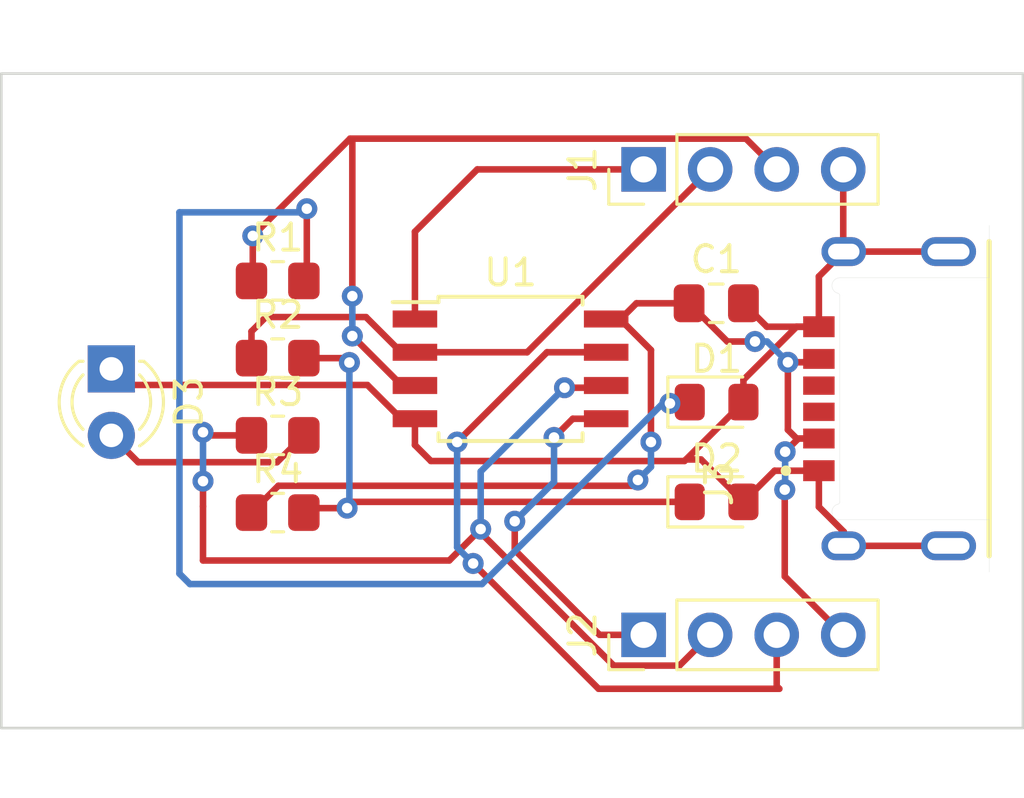
<source format=kicad_pcb>
(kicad_pcb (version 20221018) (generator pcbnew)
  (layers (0 "F.Cu" signal) (31 "B.Cu" signal) (34 "B.Paste" user) (35 "F.Paste" user) (36 "B.SilkS" user "B.Silkscreen") (37 "F.SilkS" user "F.Silkscreen") (38 "B.Mask" user) (39 "F.Mask" user) (44 "Edge.Cuts" user))
  (net 0 "")
  (net 1 "+5V")
  (net 2 "GND")
  (net 3 "Net-(D1-K)")
  (net 4 "Net-(D2-K)")
  (net 5 "Net-(D3-A)")
  (net 8 "Net-(J1-Pin_3)")
  (net 9 "Net-(J1-Pin_2)")
  (net 10 "Net-(J2-Pin_2)")
  (net 11 "Net-(J1-Pin_1)")
  (net 12 "Net-(J2-Pin_1)")
  (net 13 "Net-(J2-Pin_3)")
  (footprint "Diode_SMD:D_0805_2012Metric_Pad1.15x1.40mm_HandSolder" (layer "F.Cu") (at 137.405 86.36)
    (fp_text reference "D2" (at 0 -1.65) (layer "F.SilkS"))
    (fp_text value "3V6")
    (fp_line (start -1.86 -0.96) (end -1.86 0.96) (stroke (width 0.12)) (layer "F.SilkS"))
    (fp_line (start -1.86 0.96) (end 1 0.96) (stroke (width 0.12)) (layer "F.SilkS"))
    (fp_line (start 1 -0.96) (end -1.86 -0.96) (stroke (width 0.12)) (layer "F.SilkS"))
    (pad "1" smd roundrect (at -1.025 0) (size 1.15 1.4) (layers "F.Cu" "F.Paste" "F.Mask") (roundrect_rratio 0.217391) (net 4 "Net-(D2-K)"))
    (pad "2" smd roundrect (at 1.025 0) (size 1.15 1.4) (layers "F.Cu" "F.Paste" "F.Mask") (roundrect_rratio 0.217391) (net 2 "GND"))
  )
  (footprint "Connector_PinHeader_2.54mm:PinHeader_1x04_P2.54mm_Vertical" (layer "F.Cu") (at 134.62 73.66 90)
    (fp_text reference "J1" (at 0 -2.33 90) (layer "F.SilkS"))
    (fp_text value "Conn_01x04_Pin")
    (fp_line (start -1.33 -1.33) (end 0 -1.33) (stroke (width 0.12)) (layer "F.SilkS"))
    (fp_line (start -1.33 0) (end -1.33 -1.33) (stroke (width 0.12)) (layer "F.SilkS"))
    (fp_line (start -1.33 1.27) (end -1.33 8.95) (stroke (width 0.12)) (layer "F.SilkS"))
    (fp_line (start -1.33 1.27) (end 1.33 1.27) (stroke (width 0.12)) (layer "F.SilkS"))
    (fp_line (start -1.33 8.95) (end 1.33 8.95) (stroke (width 0.12)) (layer "F.SilkS"))
    (fp_line (start 1.33 1.27) (end 1.33 8.95) (stroke (width 0.12)) (layer "F.SilkS"))
    (pad "1" thru_hole rect (at 0 0 90) (size 1.7 1.7) (drill 1) (layers "*.Cu" "*.Mask") (net 11 "Net-(J1-Pin_1)"))
    (pad "2" thru_hole oval (at 0 2.54 90) (size 1.7 1.7) (drill 1) (layers "*.Cu" "*.Mask") (net 9 "Net-(J1-Pin_2)"))
    (pad "3" thru_hole oval (at 0 5.08 90) (size 1.7 1.7) (drill 1) (layers "*.Cu" "*.Mask") (net 8 "Net-(J1-Pin_3)"))
    (pad "4" thru_hole oval (at 0 7.62 90) (size 1.7 1.7) (drill 1) (layers "*.Cu" "*.Mask") (net 2 "GND"))
  )
  (footprint "USB4515-GF-A_REVA:GCT_USB4515-GF-A_REVA" (layer "F.Cu") (at 146.26 82.42 90)
    (fp_text reference "J3" (at -3.245 -8.755 90) (layer "F.SilkS"))
    (fp_text value "USB4515-GF-A_REVA")
    (fp_line (start 6 1.55) (end -6 1.55) (stroke (width 0.2)) (layer "F.SilkS"))
    (fp_circle (center -2.75 -6.21) (end -2.65 -6.21) (stroke (width 0.2)) (fill none) (layer "F.SilkS"))
    (fp_line (start -6.62 1.55) (end -4.62 1.55) (stroke (width 0.01)) (layer "Edge.Cuts"))
    (fp_line (start -4.62 1.55) (end -4.62 -4.15) (stroke (width 0.01)) (layer "Edge.Cuts"))
    (fp_line (start -3.95 -4.15) (end 3.95 -4.15) (stroke (width 0.01)) (layer "Edge.Cuts"))
    (fp_line (start 4.62 -4.15) (end 4.62 1.55) (stroke (width 0.01)) (layer "Edge.Cuts"))
    (fp_line (start 4.62 1.55) (end 6.62 1.55) (stroke (width 0.01)) (layer "Edge.Cuts"))
    (fp_arc (start -4.62 -4.15) (mid -4.359942 -4.447699) (end -4.03 -4.23) (stroke (width 0.01)) (layer "Edge.Cuts"))
    (fp_arc (start -3.95 -4.15) (mid -4.003271 -4.176729) (end -4.03 -4.23) (stroke (width 0.01)) (layer "Edge.Cuts"))
    (fp_arc (start 4.03 -4.23) (mid 4.003271 -4.176729) (end 3.95 -4.15) (stroke (width 0.01)) (layer "Edge.Cuts"))
    (fp_arc (start 4.03 -4.23) (mid 4.359942 -4.447699) (end 4.62 -4.15) (stroke (width 0.01)) (layer "Edge.Cuts"))
    (pad "A5" smd rect (at -0.5 -4.95 90) (size 0.7 1.2) (layers "F.Cu" "F.Paste" "F.Mask"))
    (pad "A9" smd rect (at 1.52 -4.95 90) (size 0.76 1.2) (layers "F.Cu" "F.Paste" "F.Mask") (net 1 "+5V"))
    (pad "A12" smd rect (at 2.75 -4.95 90) (size 0.8 1.2) (layers "F.Cu" "F.Paste" "F.Mask") (net 2 "GND"))
    (pad "B5" smd rect (at 0.5 -4.95 90) (size 0.7 1.2) (layers "F.Cu" "F.Paste" "F.Mask"))
    (pad "B9" smd rect (at -1.52 -4.95 90) (size 0.76 1.2) (layers "F.Cu" "F.Paste" "F.Mask") (net 1 "+5V"))
    (pad "B12" smd rect (at -2.75 -4.95 90) (size 0.8 1.2) (layers "F.Cu" "F.Paste" "F.Mask") (net 2 "GND"))
    (pad "S1" thru_hole oval (at -5.62 0 90) (size 1.1 2.1) (drill oval 0.6 1.6) (layers "*.Cu" "*.Mask") (net 2 "GND"))
    (pad "S2" thru_hole oval (at 5.62 0 90) (size 1.1 2.1) (drill oval 0.6 1.6) (layers "*.Cu" "*.Mask") (net 2 "GND"))
    (pad "S3" thru_hole oval (at -5.62 -4 90) (size 1.1 1.7) (drill oval 0.6 1.2) (layers "*.Cu" "*.Mask") (net 2 "GND"))
    (pad "S4" thru_hole oval (at 5.62 -4 90) (size 1.1 1.7) (drill oval 0.6 1.2) (layers "*.Cu" "*.Mask") (net 2 "GND"))
  )
  (footprint "Diode_SMD:D_0805_2012Metric_Pad1.15x1.40mm_HandSolder" (layer "F.Cu") (at 137.405 82.55)
    (fp_text reference "D1" (at 0 -1.65) (layer "F.SilkS"))
    (fp_text value "3V6")
    (fp_line (start -1.86 -0.96) (end -1.86 0.96) (stroke (width 0.12)) (layer "F.SilkS"))
    (fp_line (start -1.86 0.96) (end 1 0.96) (stroke (width 0.12)) (layer "F.SilkS"))
    (fp_line (start 1 -0.96) (end -1.86 -0.96) (stroke (width 0.12)) (layer "F.SilkS"))
    (pad "1" smd roundrect (at -1.025 0) (size 1.15 1.4) (layers "F.Cu" "F.Paste" "F.Mask") (roundrect_rratio 0.217391) (net 3 "Net-(D1-K)"))
    (pad "2" smd roundrect (at 1.025 0) (size 1.15 1.4) (layers "F.Cu" "F.Paste" "F.Mask") (roundrect_rratio 0.217391) (net 2 "GND"))
  )
  (footprint "LED_THT:LED_D3.0mm" (layer "F.Cu") (at 114.3 81.28 -90)
    (fp_text reference "D3" (at 1.27 -2.96 90) (layer "F.SilkS"))
    (fp_text value "LED")
    (fp_line (start -0.29 -1.236) (end -0.29 -1.08) (stroke (width 0.12)) (layer "F.SilkS"))
    (fp_line (start -0.29 1.08) (end -0.29 1.236) (stroke (width 0.12)) (layer "F.SilkS"))
    (fp_arc (start -0.29 -1.235516) (mid 1.366487 -1.987659) (end 2.942335 -1.078608) (stroke (width 0.12)) (layer "F.SilkS"))
    (fp_arc (start 0.229039 -1.08) (mid 1.270117 -1.5) (end 2.31113 -1.079837) (stroke (width 0.12)) (layer "F.SilkS"))
    (fp_arc (start 2.31113 1.079837) (mid 1.270117 1.5) (end 0.229039 1.08) (stroke (width 0.12)) (layer "F.SilkS"))
    (fp_arc (start 2.942335 1.078608) (mid 1.366487 1.987659) (end -0.29 1.235516) (stroke (width 0.12)) (layer "F.SilkS"))
    (pad "1" thru_hole rect (at 0 0 270) (size 1.8 1.8) (drill 0.9) (layers "*.Cu" "*.Mask") (net 2 "GND"))
    (pad "2" thru_hole circle (at 2.54 0 270) (size 1.8 1.8) (drill 0.9) (layers "*.Cu" "*.Mask") (net 5 "Net-(D3-A)"))
  )
  (footprint "Connector_PinHeader_2.54mm:PinHeader_1x04_P2.54mm_Vertical" (layer "F.Cu") (at 134.62 91.44 90)
    (fp_text reference "J2" (at 0 -2.33 90) (layer "F.SilkS"))
    (fp_text value "Conn_01x04_Pin")
    (fp_line (start -1.33 -1.33) (end 0 -1.33) (stroke (width 0.12)) (layer "F.SilkS"))
    (fp_line (start -1.33 0) (end -1.33 -1.33) (stroke (width 0.12)) (layer "F.SilkS"))
    (fp_line (start -1.33 1.27) (end -1.33 8.95) (stroke (width 0.12)) (layer "F.SilkS"))
    (fp_line (start -1.33 1.27) (end 1.33 1.27) (stroke (width 0.12)) (layer "F.SilkS"))
    (fp_line (start -1.33 8.95) (end 1.33 8.95) (stroke (width 0.12)) (layer "F.SilkS"))
    (fp_line (start 1.33 1.27) (end 1.33 8.95) (stroke (width 0.12)) (layer "F.SilkS"))
    (pad "1" thru_hole rect (at 0 0 90) (size 1.7 1.7) (drill 1) (layers "*.Cu" "*.Mask") (net 12 "Net-(J2-Pin_1)"))
    (pad "2" thru_hole oval (at 0 2.54 90) (size 1.7 1.7) (drill 1) (layers "*.Cu" "*.Mask") (net 10 "Net-(J2-Pin_2)"))
    (pad "3" thru_hole oval (at 0 5.08 90) (size 1.7 1.7) (drill 1) (layers "*.Cu" "*.Mask") (net 13 "Net-(J2-Pin_3)"))
    (pad "4" thru_hole oval (at 0 7.62 90) (size 1.7 1.7) (drill 1) (layers "*.Cu" "*.Mask") (net 1 "+5V"))
  )
  (footprint "Package_SO:SOIC-8W_5.3x5.3mm_P1.27mm" (layer "F.Cu") (at 129.54 81.28)
    (fp_text reference "U1" (at 0 -3.68) (layer "F.SilkS"))
    (fp_text value "ATtiny85-20S")
    (fp_line (start -2.75 -2.755) (end -2.75 -2.55) (stroke (width 0.15)) (layer "F.SilkS"))
    (fp_line (start -2.75 -2.755) (end 2.75 -2.755) (stroke (width 0.15)) (layer "F.SilkS"))
    (fp_line (start -2.75 -2.55) (end -4.5 -2.55) (stroke (width 0.15)) (layer "F.SilkS"))
    (fp_line (start -2.75 2.755) (end -2.75 2.455) (stroke (width 0.15)) (layer "F.SilkS"))
    (fp_line (start -2.75 2.755) (end 2.75 2.755) (stroke (width 0.15)) (layer "F.SilkS"))
    (fp_line (start 2.75 -2.755) (end 2.75 -2.455) (stroke (width 0.15)) (layer "F.SilkS"))
    (fp_line (start 2.75 2.755) (end 2.75 2.455) (stroke (width 0.15)) (layer "F.SilkS"))
    (pad "1" smd rect (at -3.65 -1.905) (size 1.7 0.65) (layers "F.Cu" "F.Paste" "F.Mask") (net 11 "Net-(J1-Pin_1)"))
    (pad "2" smd rect (at -3.65 -0.635) (size 1.7 0.65) (layers "F.Cu" "F.Paste" "F.Mask") (net 9 "Net-(J1-Pin_2)"))
    (pad "3" smd rect (at -3.65 0.635) (size 1.7 0.65) (layers "F.Cu" "F.Paste" "F.Mask") (net 8 "Net-(J1-Pin_3)"))
    (pad "4" smd rect (at -3.65 1.905) (size 1.7 0.65) (layers "F.Cu" "F.Paste" "F.Mask") (net 2 "GND"))
    (pad "5" smd rect (at 3.65 1.905) (size 1.7 0.65) (layers "F.Cu" "F.Paste" "F.Mask") (net 12 "Net-(J2-Pin_1)"))
    (pad "6" smd rect (at 3.65 0.635) (size 1.7 0.65) (layers "F.Cu" "F.Paste" "F.Mask") (net 10 "Net-(J2-Pin_2)"))
    (pad "7" smd rect (at 3.65 -0.635) (size 1.7 0.65) (layers "F.Cu" "F.Paste" "F.Mask") (net 13 "Net-(J2-Pin_3)"))
    (pad "8" smd rect (at 3.65 -1.905) (size 1.7 0.65) (layers "F.Cu" "F.Paste" "F.Mask") (net 1 "+5V"))
  )
  (footprint "Resistor_SMD:R_0805_2012Metric_Pad1.20x1.40mm_HandSolder" (layer "F.Cu") (at 120.65 80.87)
    (fp_text reference "R2" (at 0 -1.65) (layer "F.SilkS"))
    (fp_text value "68R")
    (fp_line (start -0.227064 -0.735) (end 0.227064 -0.735) (stroke (width 0.12)) (layer "F.SilkS"))
    (fp_line (start -0.227064 0.735) (end 0.227064 0.735) (stroke (width 0.12)) (layer "F.SilkS"))
    (pad "1" smd roundrect (at -1 0) (size 1.2 1.4) (layers "F.Cu" "F.Paste" "F.Mask") (roundrect_rratio 0.208333) (net 9 "Net-(J1-Pin_2)"))
    (pad "2" smd roundrect (at 1 0) (size 1.2 1.4) (layers "F.Cu" "F.Paste" "F.Mask") (roundrect_rratio 0.208333) (net 4 "Net-(D2-K)"))
  )
  (footprint "Resistor_SMD:R_0805_2012Metric_Pad1.20x1.40mm_HandSolder" (layer "F.Cu") (at 120.65 83.82)
    (fp_text reference "R3" (at 0 -1.65) (layer "F.SilkS"))
    (fp_text value "330R")
    (fp_line (start -0.227064 -0.735) (end 0.227064 -0.735) (stroke (width 0.12)) (layer "F.SilkS"))
    (fp_line (start -0.227064 0.735) (end 0.227064 0.735) (stroke (width 0.12)) (layer "F.SilkS"))
    (pad "1" smd roundrect (at -1 0) (size 1.2 1.4) (layers "F.Cu" "F.Paste" "F.Mask") (roundrect_rratio 0.208333) (net 10 "Net-(J2-Pin_2)"))
    (pad "2" smd roundrect (at 1 0) (size 1.2 1.4) (layers "F.Cu" "F.Paste" "F.Mask") (roundrect_rratio 0.208333) (net 5 "Net-(D3-A)"))
  )
  (footprint "Resistor_SMD:R_0805_2012Metric_Pad1.20x1.40mm_HandSolder" (layer "F.Cu") (at 120.65 86.77)
    (fp_text reference "R4" (at 0 -1.65) (layer "F.SilkS"))
    (fp_text value "1K5")
    (fp_line (start -0.227064 -0.735) (end 0.227064 -0.735) (stroke (width 0.12)) (layer "F.SilkS"))
    (fp_line (start -0.227064 0.735) (end 0.227064 0.735) (stroke (width 0.12)) (layer "F.SilkS"))
    (pad "1" smd roundrect (at -1 0) (size 1.2 1.4) (layers "F.Cu" "F.Paste" "F.Mask") (roundrect_rratio 0.208333) (net 1 "+5V"))
    (pad "2" smd roundrect (at 1 0) (size 1.2 1.4) (layers "F.Cu" "F.Paste" "F.Mask") (roundrect_rratio 0.208333) (net 4 "Net-(D2-K)"))
  )
  (footprint "Capacitor_SMD:C_0805_2012Metric_Pad1.18x1.45mm_HandSolder" (layer "F.Cu") (at 137.3925 78.775)
    (fp_text reference "C1" (at 0 -1.68) (layer "F.SilkS"))
    (fp_text value "100nF")
    (fp_line (start -0.261252 -0.735) (end 0.261252 -0.735) (stroke (width 0.12)) (layer "F.SilkS"))
    (fp_line (start -0.261252 0.735) (end 0.261252 0.735) (stroke (width 0.12)) (layer "F.SilkS"))
    (pad "1" smd roundrect (at -1.0375 0) (size 1.175 1.45) (layers "F.Cu" "F.Paste" "F.Mask") (roundrect_rratio 0.212766) (net 1 "+5V"))
    (pad "2" smd roundrect (at 1.0375 0) (size 1.175 1.45) (layers "F.Cu" "F.Paste" "F.Mask") (roundrect_rratio 0.212766) (net 2 "GND"))
  )
  (footprint "Resistor_SMD:R_0805_2012Metric_Pad1.20x1.40mm_HandSolder" (layer "F.Cu") (at 120.65 77.92)
    (fp_text reference "R1" (at 0 -1.65) (layer "F.SilkS"))
    (fp_text value "68R")
    (fp_line (start -0.227064 -0.735) (end 0.227064 -0.735) (stroke (width 0.12)) (layer "F.SilkS"))
    (fp_line (start -0.227064 0.735) (end 0.227064 0.735) (stroke (width 0.12)) (layer "F.SilkS"))
    (pad "1" smd roundrect (at -1 0) (size 1.2 1.4) (layers "F.Cu" "F.Paste" "F.Mask") (roundrect_rratio 0.208333) (net 8 "Net-(J1-Pin_3)"))
    (pad "2" smd roundrect (at 1 0) (size 1.2 1.4) (layers "F.Cu" "F.Paste" "F.Mask") (roundrect_rratio 0.208333) (net 3 "Net-(D1-K)"))
  )
  (gr_rect (start 110.1 70) (end 149.1 95) (stroke (width 0.1)) (fill none) (layer "Edge.Cuts"))
  (segment (start 141.182701 81.027299) (end 141.31 80.9) (width 0.25) (layer "F.Cu") (net 1))
  (segment (start 134.4 85.5245) (end 134.1795 85.745) (width 0.25) (layer "F.Cu") (net 1))
  (segment (start 133.745 79.375) (end 134.345 78.775) (width 0.25) (layer "F.Cu") (net 1))
  (segment (start 141.31 83.94) (end 140.527381 83.94) (width 0.25) (layer "F.Cu") (net 1))
  (segment (start 120.675 85.745) (end 119.65 86.77) (width 0.25) (layer "F.Cu") (net 1))
  (segment (start 140.007299 89.207299) (end 142.24 91.44) (width 0.25) (layer "F.Cu") (net 1))
  (segment (start 140.007299 85.8945) (end 140.007299 89.207299) (width 0.25) (layer "F.Cu") (net 1))
  (segment (start 136.355 78.775) (end 137.814517 80.234517) (width 0.25) (layer "F.Cu") (net 1))
  (segment (start 133.19 79.375) (end 133.745 79.375) (width 0.25) (layer "F.Cu") (net 1))
  (segment (start 134.345 78.775) (end 136.355 78.775) (width 0.25) (layer "F.Cu") (net 1))
  (segment (start 137.814517 80.234517) (end 138.870884 80.234517) (width 0.25) (layer "F.Cu") (net 1))
  (segment (start 140.527381 83.94) (end 140.021881 84.4455) (width 0.25) (layer "F.Cu") (net 1))
  (segment (start 134.9 80.56) (end 134.9 84.0755) (width 0.25) (layer "F.Cu") (net 1))
  (segment (start 133.19 79.375) (end 133.715 79.375) (width 0.25) (layer "F.Cu") (net 1))
  (segment (start 140.127299 81.027299) (end 140.127299 83.607299) (width 0.25) (layer "F.Cu") (net 1))
  (segment (start 140.127299 81.027299) (end 141.182701 81.027299) (width 0.25) (layer "F.Cu") (net 1))
  (segment (start 140.46 83.94) (end 141.31 83.94) (width 0.25) (layer "F.Cu") (net 1))
  (segment (start 140.127299 83.607299) (end 140.46 83.94) (width 0.25) (layer "F.Cu") (net 1))
  (segment (start 133.715 79.375) (end 134.9 80.56) (width 0.25) (layer "F.Cu") (net 1))
  (segment (start 134.1795 85.745) (end 120.675 85.745) (width 0.25) (layer "F.Cu") (net 1))
  (via (at 134.4 85.5245) (size 0.8) (drill 0.4) (layers "F.Cu" "B.Cu") (net 1))
  (via (at 140.007299 85.8945) (size 0.8) (drill 0.4) (layers "F.Cu" "B.Cu") (net 1))
  (via (at 140.021881 84.4455) (size 0.8) (drill 0.4) (layers "F.Cu" "B.Cu") (net 1))
  (via (at 134.9 84.0755) (size 0.8) (drill 0.4) (layers "F.Cu" "B.Cu") (net 1))
  (via (at 138.870884 80.234517) (size 0.8) (drill 0.4) (layers "F.Cu" "B.Cu") (net 1))
  (via (at 140.127299 81.027299) (size 0.8) (drill 0.4) (layers "F.Cu" "B.Cu") (net 1))
  (segment (start 134.9 84.0755) (end 134.9 85.0245) (width 0.25) (layer "B.Cu") (net 1))
  (segment (start 140.021881 84.4455) (end 140.021881 85.879918) (width 0.25) (layer "B.Cu") (net 1))
  (segment (start 134.9 85.0245) (end 134.4 85.5245) (width 0.25) (layer "B.Cu") (net 1))
  (segment (start 138.870884 80.234517) (end 139.334517 80.234517) (width 0.25) (layer "B.Cu") (net 1))
  (segment (start 140.021881 85.879918) (end 140.007299 85.8945) (width 0.25) (layer "B.Cu") (net 1))
  (segment (start 139.334517 80.234517) (end 140.127299 81.027299) (width 0.25) (layer "B.Cu") (net 1))
  (segment (start 138.43 82.55) (end 138.43 81.7) (width 0.25) (layer "F.Cu") (net 2))
  (segment (start 139.62 85.17) (end 138.43 86.36) (width 0.25) (layer "F.Cu") (net 2))
  (segment (start 125.365 83.185) (end 124.075 81.895) (width 0.25) (layer "F.Cu") (net 2))
  (segment (start 138.43 81.7) (end 140.46 79.67) (width 0.25) (layer "F.Cu") (net 2))
  (segment (start 142.26 76.8) (end 141.31 77.75) (width 0.25) (layer "F.Cu") (net 2))
  (segment (start 142.26 88.04) (end 142.26 87.501095) (width 0.25) (layer "F.Cu") (net 2))
  (segment (start 142.24 73.66) (end 142.24 76.78) (width 0.25) (layer "F.Cu") (net 2))
  (segment (start 125.89 83.185) (end 125.365 83.185) (width 0.25) (layer "F.Cu") (net 2))
  (segment (start 139.325 79.67) (end 138.43 78.775) (width 0.25) (layer "F.Cu") (net 2))
  (segment (start 141.31 86.551095) (end 141.31 85.17) (width 0.25) (layer "F.Cu") (net 2))
  (segment (start 124.075 81.895) (end 114.915 81.895) (width 0.25) (layer "F.Cu") (net 2))
  (segment (start 141.31 85.17) (end 139.62 85.17) (width 0.25) (layer "F.Cu") (net 2))
  (segment (start 138.43 86.36) (end 136.81 84.74) (width 0.25) (layer "F.Cu") (net 2))
  (segment (start 136.81 84.74) (end 136.24 84.74) (width 0.25) (layer "F.Cu") (net 2))
  (segment (start 142.26 76.8) (end 146.26 76.8) (width 0.25) (layer "F.Cu") (net 2))
  (segment (start 126.5 84.8) (end 136.18 84.8) (width 0.25) (layer "F.Cu") (net 2))
  (segment (start 136.24 84.74) (end 138.43 82.55) (width 0.25) (layer "F.Cu") (net 2))
  (segment (start 141.31 77.75) (end 141.31 79.67) (width 0.25) (layer "F.Cu") (net 2))
  (segment (start 140.46 79.67) (end 141.31 79.67) (width 0.25) (layer "F.Cu") (net 2))
  (segment (start 142.26 87.501095) (end 141.31 86.551095) (width 0.25) (layer "F.Cu") (net 2))
  (segment (start 142.26 88.04) (end 146.26 88.04) (width 0.25) (layer "F.Cu") (net 2))
  (segment (start 136.18 84.8) (end 136.24 84.74) (width 0.25) (layer "F.Cu") (net 2))
  (segment (start 141.31 79.67) (end 139.325 79.67) (width 0.25) (layer "F.Cu") (net 2))
  (segment (start 142.24 76.78) (end 142.26 76.8) (width 0.25) (layer "F.Cu") (net 2))
  (segment (start 125.89 84.19) (end 126.5 84.8) (width 0.25) (layer "F.Cu") (net 2))
  (segment (start 125.89 83.185) (end 125.89 84.19) (width 0.25) (layer "F.Cu") (net 2))
  (segment (start 114.915 81.895) (end 114.3 81.28) (width 0.25) (layer "F.Cu") (net 2))
  (segment (start 121.762299 77.807701) (end 121.762299 75.162299) (width 0.25) (layer "F.Cu") (net 3))
  (segment (start 135.6245 82.6) (end 136.33 82.6) (width 0.25) (layer "F.Cu") (net 3))
  (segment (start 136.33 82.6) (end 136.38 82.55) (width 0.25) (layer "F.Cu") (net 3))
  (segment (start 121.65 77.92) (end 121.762299 77.807701) (width 0.25) (layer "F.Cu") (net 3))
  (via (at 121.762299 75.162299) (size 0.8) (drill 0.4) (layers "F.Cu" "B.Cu") (net 3))
  (via (at 135.6245 82.6) (size 0.8) (drill 0.4) (layers "F.Cu" "B.Cu") (net 3))
  (segment (start 121.624598 75.3) (end 116.9 75.3) (width 0.25) (layer "B.Cu") (net 3))
  (segment (start 116.9 89.1) (end 117.3 89.5) (width 0.25) (layer "B.Cu") (net 3))
  (segment (start 121.762299 75.162299) (end 121.624598 75.3) (width 0.25) (layer "B.Cu") (net 3))
  (segment (start 135.350195 82.6) (end 135.6245 82.6) (width 0.25) (layer "B.Cu") (net 3))
  (segment (start 128.450195 89.5) (end 135.350195 82.6) (width 0.25) (layer "B.Cu") (net 3))
  (segment (start 116.9 75.3) (end 116.9 89.1) (width 0.25) (layer "B.Cu") (net 3))
  (segment (start 117.3 89.5) (end 128.450195 89.5) (width 0.25) (layer "B.Cu") (net 3))
  (segment (start 123.220901 80.87) (end 123.387452 81.036551) (width 0.25) (layer "F.Cu") (net 4))
  (segment (start 136.38 86.36) (end 123.54 86.36) (width 0.25) (layer "F.Cu") (net 4))
  (segment (start 121.82 86.6) (end 121.65 86.77) (width 0.25) (layer "F.Cu") (net 4))
  (segment (start 123.54 86.36) (end 123.3 86.6) (width 0.25) (layer "F.Cu") (net 4))
  (segment (start 123.3 86.6) (end 121.82 86.6) (width 0.25) (layer "F.Cu") (net 4))
  (segment (start 121.65 80.87) (end 123.220901 80.87) (width 0.25) (layer "F.Cu") (net 4))
  (via (at 123.3 86.6) (size 0.8) (drill 0.4) (layers "F.Cu" "B.Cu") (net 4))
  (via (at 123.387452 81.036551) (size 0.8) (drill 0.4) (layers "F.Cu" "B.Cu") (net 4))
  (segment (start 123.387452 86.512548) (end 123.3 86.6) (width 0.25) (layer "B.Cu") (net 4))
  (segment (start 123.387452 81.036551) (end 123.387452 86.512548) (width 0.25) (layer "B.Cu") (net 4))
  (segment (start 120.625 84.845) (end 121.65 83.82) (width 0.25) (layer "F.Cu") (net 5))
  (segment (start 115.325 84.845) (end 120.625 84.845) (width 0.25) (layer "F.Cu") (net 5))
  (segment (start 114.3 83.82) (end 115.325 84.845) (width 0.25) (layer "F.Cu") (net 5))
  (segment (start 123.5 72.57) (end 123.415 72.485) (width 0.25) (layer "F.Cu") (net 8))
  (segment (start 138.525 72.485) (end 123.415 72.485) (width 0.25) (layer "F.Cu") (net 8))
  (segment (start 119.7 76.2) (end 119.7 77.87) (width 0.25) (layer "F.Cu") (net 8))
  (segment (start 125.89 81.915) (end 125.3905 81.915) (width 0.25) (layer "F.Cu") (net 8))
  (segment (start 125.3905 81.915) (end 123.5 80.0245) (width 0.25) (layer "F.Cu") (net 8))
  (segment (start 119.7 77.87) (end 119.65 77.92) (width 0.25) (layer "F.Cu") (net 8))
  (segment (start 125.89 81.915) (end 125.2905 81.915) (width 0.25) (layer "F.Cu") (net 8))
  (segment (start 123.5 78.5) (end 123.5 72.57) (width 0.25) (layer "F.Cu") (net 8))
  (segment (start 139.7 73.66) (end 138.525 72.485) (width 0.25) (layer "F.Cu") (net 8))
  (segment (start 123.415 72.485) (end 119.7 76.2) (width 0.25) (layer "F.Cu") (net 8))
  (via (at 119.7 76.2) (size 0.8) (drill 0.4) (layers "F.Cu" "B.Cu") (net 8))
  (via (at 123.5 80.0245) (size 0.8) (drill 0.4) (layers "F.Cu" "B.Cu") (net 8))
  (via (at 123.5 78.5) (size 0.8) (drill 0.4) (layers "F.Cu" "B.Cu") (net 8))
  (segment (start 123.5 80.0245) (end 123.5 78.5) (width 0.25) (layer "B.Cu") (net 8))
  (segment (start 119.8 76.1) (end 119.7 76.2) (width 0.25) (layer "B.Cu") (net 8))
  (segment (start 124.02 79.3) (end 120.2 79.3) (width 0.25) (layer "F.Cu") (net 9))
  (segment (start 119.65 79.85) (end 119.65 80.87) (width 0.25) (layer "F.Cu") (net 9))
  (segment (start 120.2 79.3) (end 119.65 79.85) (width 0.25) (layer "F.Cu") (net 9))
  (segment (start 137.16 73.66) (end 130.175 80.645) (width 0.25) (layer "F.Cu") (net 9))
  (segment (start 125.89 80.645) (end 125.365 80.645) (width 0.25) (layer "F.Cu") (net 9))
  (segment (start 130.175 80.645) (end 125.89 80.645) (width 0.25) (layer "F.Cu") (net 9))
  (segment (start 125.365 80.645) (end 124.02 79.3) (width 0.25) (layer "F.Cu") (net 9))
  (segment (start 117.8 86.533173) (end 117.8 88.6) (width 0.25) (layer "F.Cu") (net 10))
  (segment (start 137.16 91.44) (end 135.985 92.615) (width 0.25) (layer "F.Cu") (net 10))
  (segment (start 119.65 83.82) (end 117.92 83.82) (width 0.25) (layer "F.Cu") (net 10))
  (segment (start 133.105 82) (end 133.19 81.915) (width 0.25) (layer "F.Cu") (net 10))
  (segment (start 127.2 88.6) (end 128.4 87.4) (width 0.25) (layer "F.Cu") (net 10))
  (segment (start 117.8 85.5695) (end 117.8 86.533173) (width 0.25) (layer "F.Cu") (net 10))
  (segment (start 131.6 82) (end 133.105 82) (width 0.25) (layer "F.Cu") (net 10))
  (segment (start 135.985 92.615) (end 133.478604 92.615) (width 0.25) (layer "F.Cu") (net 10))
  (segment (start 117.92 83.82) (end 117.8 83.7) (width 0.25) (layer "F.Cu") (net 10))
  (segment (start 128.4 87.536396) (end 128.4 87.4) (width 0.25) (layer "F.Cu") (net 10))
  (segment (start 133.478604 92.615) (end 128.4 87.536396) (width 0.25) (layer "F.Cu") (net 10))
  (segment (start 117.8 88.6) (end 127.2 88.6) (width 0.25) (layer "F.Cu") (net 10))
  (via (at 117.8 85.5695) (size 0.8) (drill 0.4) (layers "F.Cu" "B.Cu") (net 10))
  (via (at 117.8 83.7) (size 0.8) (drill 0.4) (layers "F.Cu" "B.Cu") (net 10))
  (via (at 131.6 82) (size 0.8) (drill 0.4) (layers "F.Cu" "B.Cu") (net 10))
  (via (at 128.4 87.4) (size 0.8) (drill 0.4) (layers "F.Cu" "B.Cu") (net 10))
  (segment (start 117.8 83.7) (end 117.8 85.5695) (width 0.25) (layer "B.Cu") (net 10))
  (segment (start 128.4 85.2) (end 131.6 82) (width 0.25) (layer "B.Cu") (net 10))
  (segment (start 128.4 87.4) (end 128.4 85.2) (width 0.25) (layer "B.Cu") (net 10))
  (segment (start 125.89 79.375) (end 125.89 76.04) (width 0.25) (layer "F.Cu") (net 11))
  (segment (start 125.89 76.04) (end 128.27 73.66) (width 0.25) (layer "F.Cu") (net 11))
  (segment (start 128.27 73.66) (end 134.62 73.66) (width 0.25) (layer "F.Cu") (net 11))
  (segment (start 133.19 83.185) (end 131.915 83.185) (width 0.25) (layer "F.Cu") (net 12))
  (segment (start 131.915 83.185) (end 131.2 83.9) (width 0.25) (layer "F.Cu") (net 12))
  (segment (start 132.94 91.44) (end 134.62 91.44) (width 0.25) (layer "F.Cu") (net 12))
  (segment (start 129.7 87.1) (end 129.7 88.2) (width 0.25) (layer "F.Cu") (net 12))
  (segment (start 129.7 88.2) (end 132.94 91.44) (width 0.25) (layer "F.Cu") (net 12))
  (via (at 129.7 87.1) (size 0.8) (drill 0.4) (layers "F.Cu" "B.Cu") (net 12))
  (via (at 131.2 83.9) (size 0.8) (drill 0.4) (layers "F.Cu" "B.Cu") (net 12))
  (segment (start 131.2 85.6) (end 129.7 87.1) (width 0.25) (layer "B.Cu") (net 12))
  (segment (start 131.2 83.9) (end 131.2 85.6) (width 0.25) (layer "B.Cu") (net 12))
  (segment (start 139.7 93.4) (end 139.7 91.44) (width 0.25) (layer "F.Cu") (net 13))
  (segment (start 133.19 80.645) (end 130.9305 80.645) (width 0.25) (layer "F.Cu") (net 13))
  (segment (start 139.8 93.5) (end 139.7 93.4) (width 0.25) (layer "F.Cu") (net 13))
  (segment (start 130.9305 80.645) (end 127.5 84.0755) (width 0.25) (layer "F.Cu") (net 13))
  (segment (start 132.9 93.5) (end 139.8 93.5) (width 0.25) (layer "F.Cu") (net 13))
  (segment (start 128.112299 88.712299) (end 132.9 93.5) (width 0.25) (layer "F.Cu") (net 13))
  (via (at 128.112299 88.712299) (size 0.8) (drill 0.4) (layers "F.Cu" "B.Cu") (net 13))
  (via (at 127.5 84.0755) (size 0.8) (drill 0.4) (layers "F.Cu" "B.Cu") (net 13))
  (segment (start 127.5 88.1) (end 128.112299 88.712299) (width 0.25) (layer "B.Cu") (net 13))
  (segment (start 127.5 84.0755) (end 127.5 88.1) (width 0.25) (layer "B.Cu") (net 13))
)
</source>
